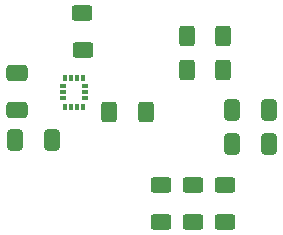
<source format=gbr>
%TF.GenerationSoftware,KiCad,Pcbnew,(6.0.5)*%
%TF.CreationDate,2022-11-14T22:05:18-05:00*%
%TF.ProjectId,IMU_Board,494d555f-426f-4617-9264-2e6b69636164,rev?*%
%TF.SameCoordinates,Original*%
%TF.FileFunction,Paste,Top*%
%TF.FilePolarity,Positive*%
%FSLAX46Y46*%
G04 Gerber Fmt 4.6, Leading zero omitted, Abs format (unit mm)*
G04 Created by KiCad (PCBNEW (6.0.5)) date 2022-11-14 22:05:18*
%MOMM*%
%LPD*%
G01*
G04 APERTURE LIST*
G04 Aperture macros list*
%AMRoundRect*
0 Rectangle with rounded corners*
0 $1 Rounding radius*
0 $2 $3 $4 $5 $6 $7 $8 $9 X,Y pos of 4 corners*
0 Add a 4 corners polygon primitive as box body*
4,1,4,$2,$3,$4,$5,$6,$7,$8,$9,$2,$3,0*
0 Add four circle primitives for the rounded corners*
1,1,$1+$1,$2,$3*
1,1,$1+$1,$4,$5*
1,1,$1+$1,$6,$7*
1,1,$1+$1,$8,$9*
0 Add four rect primitives between the rounded corners*
20,1,$1+$1,$2,$3,$4,$5,0*
20,1,$1+$1,$4,$5,$6,$7,0*
20,1,$1+$1,$6,$7,$8,$9,0*
20,1,$1+$1,$8,$9,$2,$3,0*%
G04 Aperture macros list end*
%ADD10C,0.152400*%
%ADD11RoundRect,0.250000X-0.400000X-0.625000X0.400000X-0.625000X0.400000X0.625000X-0.400000X0.625000X0*%
%ADD12RoundRect,0.250000X-0.412500X-0.650000X0.412500X-0.650000X0.412500X0.650000X-0.412500X0.650000X0*%
%ADD13R,0.351536X0.576580*%
%ADD14R,0.576580X0.351536*%
%ADD15RoundRect,0.250000X0.625000X-0.400000X0.625000X0.400000X-0.625000X0.400000X-0.625000X-0.400000X0*%
%ADD16RoundRect,0.250000X0.412500X0.650000X-0.412500X0.650000X-0.412500X-0.650000X0.412500X-0.650000X0*%
%ADD17RoundRect,0.250000X-0.625000X0.400000X-0.625000X-0.400000X0.625000X-0.400000X0.625000X0.400000X0*%
%ADD18RoundRect,0.250000X0.400000X0.625000X-0.400000X0.625000X-0.400000X-0.625000X0.400000X-0.625000X0*%
%ADD19RoundRect,0.250000X0.650000X-0.412500X0.650000X0.412500X-0.650000X0.412500X-0.650000X-0.412500X0*%
G04 APERTURE END LIST*
D10*
%TO.C,U3*%
X126066000Y-99866000D03*
X125500000Y-99866000D03*
X124934000Y-99866000D03*
X125783000Y-99583000D03*
X125217000Y-99583000D03*
X126066000Y-99300000D03*
X124934000Y-99300000D03*
X125783000Y-99017000D03*
X125217000Y-99017000D03*
X126066000Y-98734000D03*
X125500000Y-98734000D03*
X124934000Y-98734000D03*
%TD*%
D11*
%TO.C,R7*%
X118450000Y-98200000D03*
X121550000Y-98200000D03*
%TD*%
D12*
%TO.C,C3*%
X128837500Y-100900000D03*
X131962500Y-100900000D03*
%TD*%
D13*
%TO.C,U1*%
X116250001Y-95289700D03*
X115750000Y-95289700D03*
X115250000Y-95289700D03*
X114749999Y-95289700D03*
D14*
X114543700Y-96000001D03*
X114543700Y-96500000D03*
X114543700Y-96999999D03*
D13*
X114749999Y-97710300D03*
X115250000Y-97710300D03*
X115750000Y-97710300D03*
X116250001Y-97710300D03*
D14*
X116456300Y-96999999D03*
X116456300Y-96500000D03*
X116456300Y-96000001D03*
%TD*%
D15*
%TO.C,R4*%
X122900000Y-107450000D03*
X122900000Y-104350000D03*
%TD*%
D16*
%TO.C,C4*%
X113600000Y-100500000D03*
X110475000Y-100500000D03*
%TD*%
D17*
%TO.C,R3*%
X116150001Y-89800000D03*
X116250001Y-92900000D03*
%TD*%
D18*
%TO.C,R2*%
X128150000Y-94600000D03*
X125050000Y-94600000D03*
%TD*%
%TO.C,R1*%
X128150000Y-91750000D03*
X125050000Y-91750000D03*
%TD*%
D19*
%TO.C,C2*%
X110700000Y-97962500D03*
X110700000Y-94837500D03*
%TD*%
D17*
%TO.C,R5*%
X128300000Y-104350000D03*
X128300000Y-107450000D03*
%TD*%
D15*
%TO.C,R6*%
X125600000Y-107450000D03*
X125600000Y-104350000D03*
%TD*%
D12*
%TO.C,C1*%
X128875000Y-98000000D03*
X132000000Y-98000000D03*
%TD*%
M02*

</source>
